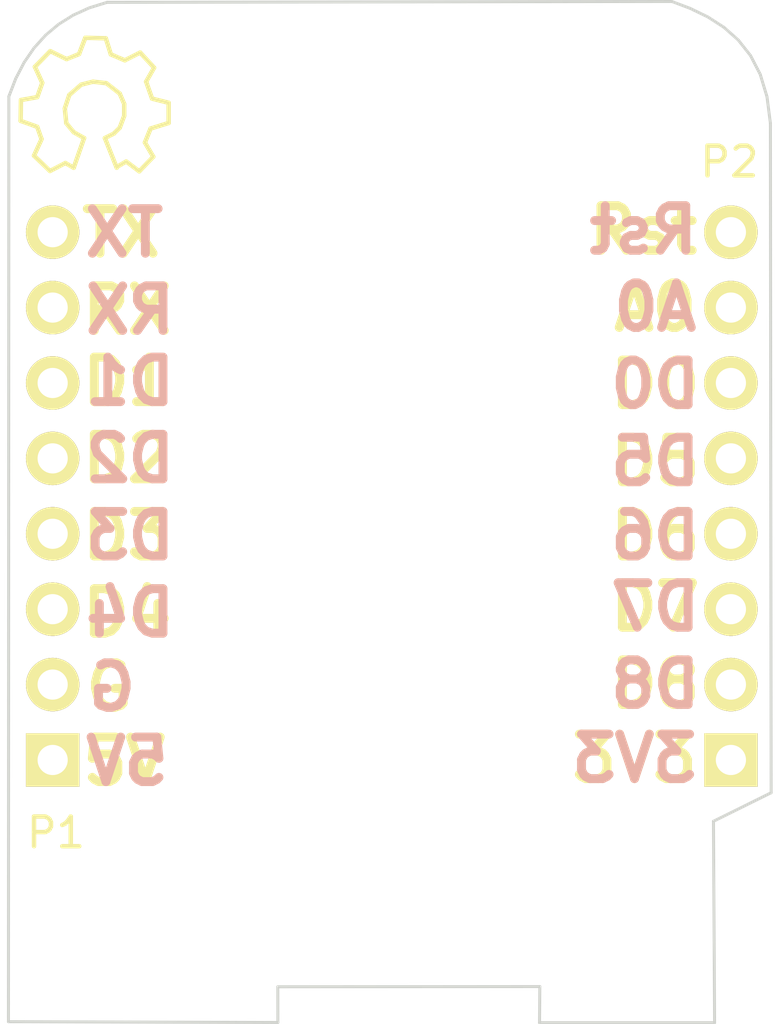
<source format=kicad_pcb>
(kicad_pcb (version 20221018) (generator pcbnew)
  (layers (0 "F.Cu" signal) (31 "B.Cu" signal) (34 "B.Paste" user) (35 "F.Paste" user) (36 "B.SilkS" user "B.Silkscreen") (37 "F.SilkS" user "F.Silkscreen") (38 "B.Mask" user) (39 "F.Mask" user) (44 "Edge.Cuts" user))
  (net 0 "")
  (net 1 "/+5V")
  (net 2 "/GND")
  (net 3 "/D4")
  (net 4 "/D3")
  (net 5 "/D2")
  (net 6 "/D1")
  (net 7 "/RX")
  (net 8 "/TX")
  (net 9 "/+3.3V")
  (net 10 "/D8")
  (net 11 "/D7")
  (net 12 "/D6")
  (net 13 "/D5")
  (net 14 "/D0")
  (net 15 "/A0")
  (net 16 "/RST")
  (footprint "D1_mini:D1_mini_Pin_Header" (layer "F.Cu") (at 127.49 103.95 180)
    (fp_text reference "P1" (at -0.11 -2.45 180) (layer "F.SilkS"))
    (fp_text value "CONN_01X08" hide)
    (pad "1" thru_hole rect (at 0 0 180) (size 1.8 1.8) (drill 1.016) (layers "*.Cu" "*.Mask" "F.SilkS") (net 1 "/+5V"))
    (pad "2" thru_hole oval (at 0 2.54 180) (size 1.8 1.8) (drill 1.016) (layers "*.Cu" "*.Mask" "F.SilkS") (net 2 "/GND"))
    (pad "3" thru_hole oval (at 0 5.08 180) (size 1.8 1.8) (drill 1.016) (layers "*.Cu" "*.Mask" "F.SilkS") (net 3 "/D4"))
    (pad "4" thru_hole oval (at 0 7.62 180) (size 1.8 1.8) (drill 1.016) (layers "*.Cu" "*.Mask" "F.SilkS") (net 4 "/D3"))
    (pad "5" thru_hole oval (at 0 10.16 180) (size 1.8 1.8) (drill 1.016) (layers "*.Cu" "*.Mask" "F.SilkS") (net 5 "/D2"))
    (pad "6" thru_hole oval (at 0 12.7 180) (size 1.8 1.8) (drill 1.016) (layers "*.Cu" "*.Mask" "F.SilkS") (net 6 "/D1"))
    (pad "7" thru_hole oval (at 0 15.24 180) (size 1.8 1.8) (drill 1.016) (layers "*.Cu" "*.Mask" "F.SilkS") (net 7 "/RX"))
    (pad "8" thru_hole oval (at 0 17.78 180) (size 1.8 1.8) (drill 1.016) (layers "*.Cu" "*.Mask" "F.SilkS") (net 8 "/TX"))
  )
  (footprint "D1_mini:D1_mini_Pin_Header" (layer "F.Cu") (at 150.35 103.95 180)
    (fp_text reference "P2" (at 0.05 20.15 180) (layer "F.SilkS"))
    (fp_text value "CONN_01X08" hide)
    (pad "1" thru_hole rect (at 0 0 180) (size 1.8 1.8) (drill 1.016) (layers "*.Cu" "*.Mask" "F.SilkS") (net 9 "/+3.3V"))
    (pad "2" thru_hole oval (at 0 2.54 180) (size 1.8 1.8) (drill 1.016) (layers "*.Cu" "*.Mask" "F.SilkS") (net 10 "/D8"))
    (pad "3" thru_hole oval (at 0 5.08 180) (size 1.8 1.8) (drill 1.016) (layers "*.Cu" "*.Mask" "F.SilkS") (net 11 "/D7"))
    (pad "4" thru_hole oval (at 0 7.62 180) (size 1.8 1.8) (drill 1.016) (layers "*.Cu" "*.Mask" "F.SilkS") (net 12 "/D6"))
    (pad "5" thru_hole oval (at 0 10.16 180) (size 1.8 1.8) (drill 1.016) (layers "*.Cu" "*.Mask" "F.SilkS") (net 13 "/D5"))
    (pad "6" thru_hole oval (at 0 12.7 180) (size 1.8 1.8) (drill 1.016) (layers "*.Cu" "*.Mask" "F.SilkS") (net 14 "/D0"))
    (pad "7" thru_hole oval (at 0 15.24 180) (size 1.8 1.8) (drill 1.016) (layers "*.Cu" "*.Mask" "F.SilkS") (net 15 "/A0"))
    (pad "8" thru_hole oval (at 0 17.78 180) (size 1.8 1.8) (drill 1.016) (layers "*.Cu" "*.Mask" "F.SilkS") (net 16 "/RST"))
  )
  (footprint "D1_mini:OSHW" (layer "F.Cu") (at 128.9 82.1)
    (fp_text reference "" hide)
    (fp_text value "OSHW" hide)
    (fp_line (start -2.4892 0.32004) (end -1.9304 0.5207) (stroke (width 0.15)) (layer "F.SilkS"))
    (fp_line (start -2.47904 -0.381) (end -2.4892 0.32004) (stroke (width 0.15)) (layer "F.SilkS"))
    (fp_line (start -2.03962 1.49098) (end -1.50114 2.00914) (stroke (width 0.15)) (layer "F.SilkS"))
    (fp_line (start -2.00914 -1.50114) (end -1.76022 -0.96012) (stroke (width 0.15)) (layer "F.SilkS"))
    (fp_line (start -1.9304 -0.48006) (end -2.47904 -0.381) (stroke (width 0.15)) (layer "F.SilkS"))
    (fp_line (start -1.9304 0.5207) (end -1.7907 0.91948) (stroke (width 0.15)) (layer "F.SilkS"))
    (fp_line (start -1.78054 0.92964) (end -2.03962 1.49098) (stroke (width 0.15)) (layer "F.SilkS"))
    (fp_line (start -1.76022 -0.96012) (end -1.9304 -0.48006) (stroke (width 0.15)) (layer "F.SilkS"))
    (fp_line (start -1.50114 2.00914) (end -0.98044 1.7399) (stroke (width 0.15)) (layer "F.SilkS"))
    (fp_line (start -1.49098 -2.02946) (end -2.00914 -1.50114) (stroke (width 0.15)) (layer "F.SilkS"))
    (fp_line (start -1.00076 -0.09906) (end -0.94996 0.39878) (stroke (width 0.15)) (layer "F.SilkS"))
    (fp_line (start -0.98044 1.7399) (end -0.70104 1.89992) (stroke (width 0.15)) (layer "F.SilkS"))
    (fp_line (start -0.94996 0.39878) (end -0.70104 0.70104) (stroke (width 0.15)) (layer "F.SilkS"))
    (fp_line (start -0.9398 -1.76022) (end -1.49098 -2.02946) (stroke (width 0.15)) (layer "F.SilkS"))
    (fp_line (start -0.8509 -0.55118) (end -1.00076 -0.09906) (stroke (width 0.15)) (layer "F.SilkS"))
    (fp_line (start -0.70104 0.70104) (end -0.35052 0.89916) (stroke (width 0.15)) (layer "F.SilkS"))
    (fp_line (start -0.5207 -1.9304) (end -0.9398 -1.76022) (stroke (width 0.15)) (layer "F.SilkS"))
    (fp_line (start -0.44958 -0.89916) (end -0.8509 -0.55118) (stroke (width 0.15)) (layer "F.SilkS"))
    (fp_line (start -0.35052 0.89916) (end -0.70104 1.89992) (stroke (width 0.15)) (layer "F.SilkS"))
    (fp_line (start -0.30988 -2.47904) (end -0.5207 -1.9304) (stroke (width 0.15)) (layer "F.SilkS"))
    (fp_line (start -0.0508 -1.00076) (end -0.44958 -0.89916) (stroke (width 0.15)) (layer "F.SilkS"))
    (fp_line (start 0.35052 0.89916) (end 0.65024 0.7493) (stroke (width 0.15)) (layer "F.SilkS"))
    (fp_line (start 0.35052 0.89916) (end 0.7493 1.89992) (stroke (width 0.15)) (layer "F.SilkS"))
    (fp_line (start 0.381 -2.46126) (end -0.30988 -2.47904) (stroke (width 0.15)) (layer "F.SilkS"))
    (fp_line (start 0.39878 -0.94996) (end -0.0508 -1.00076) (stroke (width 0.15)) (layer "F.SilkS"))
    (fp_line (start 0.55118 -1.92024) (end 0.381 -2.46126) (stroke (width 0.15)) (layer "F.SilkS"))
    (fp_line (start 0.65024 0.7493) (end 0.8509 0.55118) (stroke (width 0.15)) (layer "F.SilkS"))
    (fp_line (start 0.73914 1.8796) (end 1.06934 1.6891) (stroke (width 0.15)) (layer "F.SilkS"))
    (fp_line (start 0.8509 -0.59944) (end 0.39878 -0.94996) (stroke (width 0.15)) (layer "F.SilkS"))
    (fp_line (start 0.8509 0.55118) (end 1.00076 0.14986) (stroke (width 0.15)) (layer "F.SilkS"))
    (fp_line (start 1.00076 -0.24892) (end 0.8509 -0.59944) (stroke (width 0.15)) (layer "F.SilkS"))
    (fp_line (start 1.00076 0.14986) (end 1.00076 -0.24892) (stroke (width 0.15)) (layer "F.SilkS"))
    (fp_line (start 1.02108 -1.71958) (end 0.55118 -1.92024) (stroke (width 0.15)) (layer "F.SilkS"))
    (fp_line (start 1.06934 1.6891) (end 1.50876 2.0193) (stroke (width 0.15)) (layer "F.SilkS"))
    (fp_line (start 1.50876 2.0193) (end 1.9812 1.52908) (stroke (width 0.15)) (layer "F.SilkS"))
    (fp_line (start 1.53924 -1.9812) (end 1.02108 -1.71958) (stroke (width 0.15)) (layer "F.SilkS"))
    (fp_line (start 1.69926 1.04902) (end 1.88976 0.57912) (stroke (width 0.15)) (layer "F.SilkS"))
    (fp_line (start 1.7399 -1.00076) (end 2.00914 -1.47066) (stroke (width 0.15)) (layer "F.SilkS"))
    (fp_line (start 1.88976 0.57912) (end 2.49936 0.39116) (stroke (width 0.15)) (layer "F.SilkS"))
    (fp_line (start 1.94056 -0.42926) (end 1.7399 -1.00076) (stroke (width 0.15)) (layer "F.SilkS"))
    (fp_line (start 1.9812 1.52908) (end 1.69926 1.04902) (stroke (width 0.15)) (layer "F.SilkS"))
    (fp_line (start 2.00914 -1.47066) (end 1.53924 -1.9812) (stroke (width 0.15)) (layer "F.SilkS"))
    (fp_line (start 2.49936 -0.28956) (end 1.94056 -0.42926) (stroke (width 0.15)) (layer "F.SilkS"))
    (fp_line (start 2.49936 0.39116) (end 2.49936 -0.28956) (stroke (width 0.15)) (layer "F.SilkS"))
  )
  (gr_line (start 127.251047 79.535048) (end 127.689488 79.167259) (stroke (width 0.1)) (layer "Edge.Cuts"))
  (gr_line (start 151.337122 80.850387) (end 151.565482 81.605425) (stroke (width 0.1)) (layer "Edge.Cuts"))
  (gr_line (start 151.565482 81.605425) (end 151.681078 82.498193) (stroke (width 0.1)) (layer "Edge.Cuts"))
  (gr_line (start 126.013805 81.596507) (end 126.246616 80.993714) (stroke (width 0.1)) (layer "Edge.Cuts"))
  (gr_line (start 127.689488 79.167259) (end 128.18056 78.859623) (stroke (width 0.1)) (layer "Edge.Cuts"))
  (gr_line (start 126.246616 80.993714) (end 126.530099 80.448833) (stroke (width 0.1)) (layer "Edge.Cuts"))
  (gr_line (start 150.111445 79.266257) (end 150.596503 79.695342) (stroke (width 0.1)) (layer "Edge.Cuts"))
  (gr_line (start 149.76248 106.014181) (end 149.8 112.8) (stroke (width 0.1)) (layer "Edge.Cuts"))
  (gr_line (start 126.530099 80.448833) (end 126.864747 79.962423) (stroke (width 0.1)) (layer "Edge.Cuts"))
  (gr_line (start 129.322547 78.427024) (end 148.36046 78.398266) (stroke (width 0.1)) (layer "Edge.Cuts"))
  (gr_line (start 150.596503 79.695342) (end 151.009595 80.21854) (stroke (width 0.1)) (layer "Edge.Cuts"))
  (gr_line (start 135.078627 111.590483) (end 135.080603 112.792736) (stroke (width 0.1)) (layer "Edge.Cuts"))
  (gr_line (start 128.72475 78.61269) (end 129.322547 78.427024) (stroke (width 0.1)) (layer "Edge.Cuts"))
  (gr_line (start 148.979824 78.632259) (end 149.568018 78.916742) (stroke (width 0.1)) (layer "Edge.Cuts"))
  (gr_line (start 149.8 112.8) (end 143.9 112.8) (stroke (width 0.1)) (layer "Edge.Cuts"))
  (gr_line (start 125.999807 112.766658) (end 126.013805 81.596507) (stroke (width 0.1)) (layer "Edge.Cuts"))
  (gr_line (start 151.681078 82.498193) (end 151.706026 105.053285) (stroke (width 0.1)) (layer "Edge.Cuts"))
  (gr_line (start 149.568018 78.916742) (end 150.111445 79.266257) (stroke (width 0.1)) (layer "Edge.Cuts"))
  (gr_line (start 151.706026 105.053285) (end 149.76248 106.014181) (stroke (width 0.1)) (layer "Edge.Cuts"))
  (gr_line (start 126.864747 79.962423) (end 127.251047 79.535048) (stroke (width 0.1)) (layer "Edge.Cuts"))
  (gr_line (start 151.009595 80.21854) (end 151.337122 80.850387) (stroke (width 0.1)) (layer "Edge.Cuts"))
  (gr_line (start 135.080603 112.792736) (end 125.999807 112.766658) (stroke (width 0.1)) (layer "Edge.Cuts"))
  (gr_line (start 128.18056 78.859623) (end 128.72475 78.61269) (stroke (width 0.1)) (layer "Edge.Cuts"))
  (gr_line (start 148.36046 78.398266) (end 148.979824 78.632259) (stroke (width 0.1)) (layer "Edge.Cuts"))
  (gr_line (start 143.9 112.8) (end 143.909849 111.583795) (stroke (width 0.1)) (layer "Edge.Cuts"))
  (gr_line (start 143.909849 111.583795) (end 135.078627 111.590483) (stroke (width 0.1)) (layer "Edge.Cuts"))
  (gr_text "TX" (at 129.9 86.2) (layer "B.SilkS") (effects (font (size 1.5 1.5) (thickness 0.3)) (justify mirror)))
  (gr_text "RX" (at 130.1 88.8) (layer "B.SilkS") (effects (font (size 1.5 1.5) (thickness 0.3)) (justify mirror)))
  (gr_text "D1" (at 130.1 91.2) (layer "B.SilkS") (effects (font (size 1.5 1.5) (thickness 0.3)) (justify mirror)))
  (gr_text "D2" (at 130.1 93.8) (layer "B.SilkS") (effects (font (size 1.5 1.5) (thickness 0.3)) (justify mirror)))
  (gr_text "D3" (at 130.1 96.4) (layer "B.SilkS") (effects (font (size 1.5 1.5) (thickness 0.3)) (justify mirror)))
  (gr_text "D4" (at 130.1 99) (layer "B.SilkS") (effects (font (size 1.5 1.5) (thickness 0.3)) (justify mirror)))
  (gr_text "G" (at 129.5 101.5) (layer "B.SilkS") (effects (font (size 1.5 1.5) (thickness 0.3)) (justify mirror)))
  (gr_text "5V" (at 130 104) (layer "B.SilkS") (effects (font (size 1.5 1.5) (thickness 0.3)) (justify mirror)))
  (gr_text "Rst" (at 147.4 86.1) (layer "B.SilkS") (effects (font (size 1.5 1.5) (thickness 0.3)) (justify mirror)))
  (gr_text "A0" (at 147.8 88.7) (layer "B.SilkS") (effects (font (size 1.5 1.5) (thickness 0.3)) (justify mirror)))
  (gr_text "D0" (at 147.8 91.3) (layer "B.SilkS") (effects (font (size 1.5 1.5) (thickness 0.3)) (justify mirror)))
  (gr_text "D5" (at 147.8 93.9) (layer "B.SilkS") (effects (font (size 1.5 1.5) (thickness 0.3)) (justify mirror)))
  (gr_text "D6" (at 147.8 96.4) (layer "B.SilkS") (effects (font (size 1.5 1.5) (thickness 0.3)) (justify mirror)))
  (gr_text "D7" (at 147.8 98.8) (layer "B.SilkS") (effects (font (size 1.5 1.5) (thickness 0.3)) (justify mirror)))
  (gr_text "D8" (at 147.8 101.4) (layer "B.SilkS") (effects (font (size 1.5 1.5) (thickness 0.3)) (justify mirror)))
  (gr_text "3V3" (at 147.1 103.9) (layer "B.SilkS") (effects (font (size 1.5 1.5) (thickness 0.3)) (justify mirror)))
  (gr_text "D7" (at 147.8 98.8) (layer "F.SilkS") (effects (font (size 1.5 1.5) (thickness 0.3))))
  (gr_text "3V3" (at 147.1 103.9) (layer "F.SilkS") (effects (font (size 1.5 1.5) (thickness 0.3))))
  (gr_text "D3" (at 130 96.4) (layer "F.SilkS") (effects (font (size 1.5 1.5) (thickness 0.3))))
  (gr_text "D6" (at 147.8 96.4) (layer "F.SilkS") (effects (font (size 1.5 1.5) (thickness 0.3))))
  (gr_text "5V" (at 129.9 104) (layer "F.SilkS") (effects (font (size 1.5 1.5) (thickness 0.3))))
  (gr_text "A0" (at 147.8 88.7) (layer "F.SilkS") (effects (font (size 1.5 1.5) (thickness 0.3))))
  (gr_text "D1" (at 130 91.2) (layer "F.SilkS") (effects (font (size 1.5 1.5) (thickness 0.3))))
  (gr_text "G" (at 129.4 101.5) (layer "F.SilkS") (effects (font (size 1.5 1.5) (thickness 0.3))))
  (gr_text "TX" (at 129.8 86.2) (layer "F.SilkS") (effects (font (size 1.5 1.5) (thickness 0.3))))
  (gr_text "D0" (at 147.8 91.3) (layer "F.SilkS") (effects (font (size 1.5 1.5) (thickness 0.3))))
  (gr_text "D2" (at 130 93.8) (layer "F.SilkS") (effects (font (size 1.5 1.5) (thickness 0.3))))
  (gr_text "D4" (at 130 99) (layer "F.SilkS") (effects (font (size 1.5 1.5) (thickness 0.3))))
  (gr_text "D8" (at 147.8 101.4) (layer "F.SilkS") (effects (font (size 1.5 1.5) (thickness 0.3))))
  (gr_text "RX" (at 130 88.8) (layer "F.SilkS") (effects (font (size 1.5 1.5) (thickness 0.3))))
  (gr_text "D5" (at 147.8 93.9) (layer "F.SilkS") (effects (font (size 1.5 1.5) (thickness 0.3))))
  (gr_text "Rst" (at 147.4 86.1) (layer "F.SilkS") (effects (font (size 1.5 1.5) (thickness 0.3))))
)
</source>
